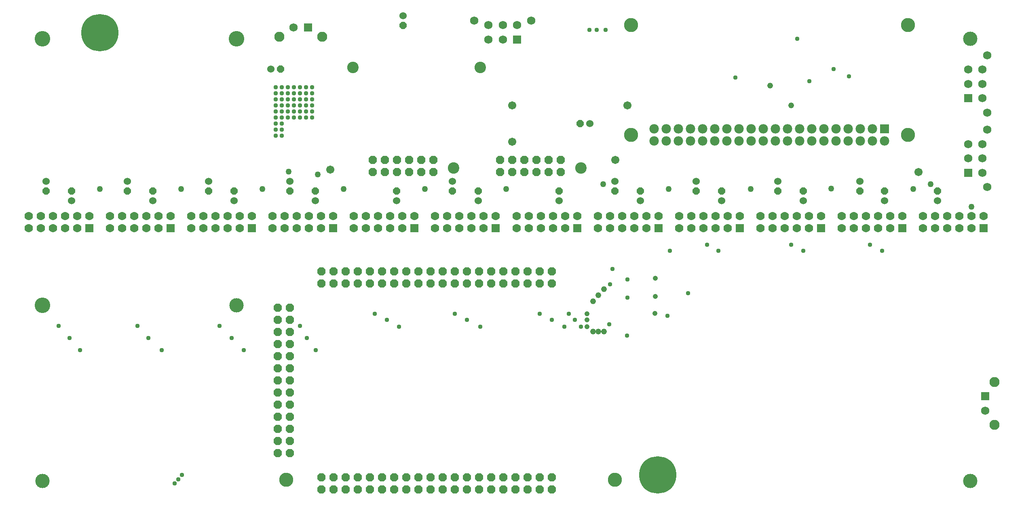
<source format=gbr>
G04 EAGLE Gerber RS-274X export*
G75*
%MOMM*%
%FSLAX34Y34*%
%LPD*%
%INSoldermask Bottom*%
%IPPOS*%
%AMOC8*
5,1,8,0,0,1.08239X$1,22.5*%
G01*
%ADD10C,2.997200*%
%ADD11C,7.823200*%
%ADD12R,1.773200X1.773200*%
%ADD13C,1.773200*%
%ADD14R,1.981200X1.981200*%
%ADD15C,1.981200*%
%ADD16C,2.953200*%
%ADD17C,3.251200*%
%ADD18P,1.869504X8X22.500000*%
%ADD19C,2.403200*%
%ADD20P,1.869504X8X202.500000*%
%ADD21P,1.869504X8X112.500000*%
%ADD22R,1.727200X1.727200*%
%ADD23C,1.727200*%
%ADD24C,2.108200*%
%ADD25P,1.649562X8X112.500000*%
%ADD26C,1.524000*%
%ADD27P,1.649562X8X292.500000*%
%ADD28P,1.649562X8X22.500000*%
%ADD29P,1.649562X8X202.500000*%
%ADD30C,0.959600*%
%ADD31C,1.259600*%
%ADD32C,1.209600*%
%ADD33C,1.703200*%
%ADD34C,1.059600*%


D10*
X1987550Y939800D03*
X1987550Y12700D03*
X44450Y12700D03*
D11*
X165100Y952500D03*
X1333500Y25400D03*
D12*
X2016150Y543001D03*
D13*
X1990750Y543001D03*
X1965350Y543001D03*
X1939950Y543001D03*
X1914550Y543001D03*
X1889150Y543001D03*
X2016150Y568401D03*
X1990750Y568401D03*
X1965350Y568401D03*
X1939950Y568401D03*
X1914550Y568401D03*
X1889150Y568401D03*
D12*
X824050Y543001D03*
D13*
X798650Y543001D03*
X773250Y543001D03*
X747850Y543001D03*
X722450Y543001D03*
X697050Y543001D03*
X824050Y568401D03*
X798650Y568401D03*
X773250Y568401D03*
X747850Y568401D03*
X722450Y568401D03*
X697050Y568401D03*
D12*
X653750Y543001D03*
D13*
X628350Y543001D03*
X602950Y543001D03*
X577550Y543001D03*
X552150Y543001D03*
X526750Y543001D03*
X653750Y568401D03*
X628350Y568401D03*
X602950Y568401D03*
X577550Y568401D03*
X552150Y568401D03*
X526750Y568401D03*
D12*
X483450Y543001D03*
D13*
X458050Y543001D03*
X432650Y543001D03*
X407250Y543001D03*
X381850Y543001D03*
X356450Y543001D03*
X483450Y568401D03*
X458050Y568401D03*
X432650Y568401D03*
X407250Y568401D03*
X381850Y568401D03*
X356450Y568401D03*
D12*
X313150Y543001D03*
D13*
X287750Y543001D03*
X262350Y543001D03*
X236950Y543001D03*
X211550Y543001D03*
X186150Y543001D03*
X313150Y568401D03*
X287750Y568401D03*
X262350Y568401D03*
X236950Y568401D03*
X211550Y568401D03*
X186150Y568401D03*
D12*
X142850Y543001D03*
D13*
X117450Y543001D03*
X92050Y543001D03*
X66650Y543001D03*
X41250Y543001D03*
X15850Y543001D03*
X142850Y568401D03*
X117450Y568401D03*
X92050Y568401D03*
X66650Y568401D03*
X41250Y568401D03*
X15850Y568401D03*
D12*
X1845850Y543001D03*
D13*
X1820450Y543001D03*
X1795050Y543001D03*
X1769650Y543001D03*
X1744250Y543001D03*
X1718850Y543001D03*
X1845850Y568401D03*
X1820450Y568401D03*
X1795050Y568401D03*
X1769650Y568401D03*
X1744250Y568401D03*
X1718850Y568401D03*
D12*
X1675550Y543001D03*
D13*
X1650150Y543001D03*
X1624750Y543001D03*
X1599350Y543001D03*
X1573950Y543001D03*
X1548550Y543001D03*
X1675550Y568401D03*
X1650150Y568401D03*
X1624750Y568401D03*
X1599350Y568401D03*
X1573950Y568401D03*
X1548550Y568401D03*
D12*
X1505250Y543001D03*
D13*
X1479850Y543001D03*
X1454450Y543001D03*
X1429050Y543001D03*
X1403650Y543001D03*
X1378250Y543001D03*
X1505250Y568401D03*
X1479850Y568401D03*
X1454450Y568401D03*
X1429050Y568401D03*
X1403650Y568401D03*
X1378250Y568401D03*
D12*
X1334950Y543001D03*
D13*
X1309550Y543001D03*
X1284150Y543001D03*
X1258750Y543001D03*
X1233350Y543001D03*
X1207950Y543001D03*
X1334950Y568401D03*
X1309550Y568401D03*
X1284150Y568401D03*
X1258750Y568401D03*
X1233350Y568401D03*
X1207950Y568401D03*
D12*
X1164650Y543001D03*
D13*
X1139250Y543001D03*
X1113850Y543001D03*
X1088450Y543001D03*
X1063050Y543001D03*
X1037650Y543001D03*
X1164650Y568401D03*
X1139250Y568401D03*
X1113850Y568401D03*
X1088450Y568401D03*
X1063050Y568401D03*
X1037650Y568401D03*
D12*
X994350Y543001D03*
D13*
X968950Y543001D03*
X943550Y543001D03*
X918150Y543001D03*
X892750Y543001D03*
X867350Y543001D03*
X994350Y568401D03*
X968950Y568401D03*
X943550Y568401D03*
X918150Y568401D03*
X892750Y568401D03*
X867350Y568401D03*
D14*
X1808600Y751000D03*
D15*
X1808600Y725600D03*
X1783200Y751000D03*
X1783200Y725600D03*
X1757800Y751000D03*
X1757800Y725600D03*
X1732400Y751000D03*
X1732400Y725600D03*
X1707000Y751000D03*
X1707000Y725600D03*
X1681600Y751000D03*
X1681600Y725600D03*
X1656200Y751000D03*
X1656200Y725600D03*
X1630800Y751000D03*
X1630800Y725600D03*
X1605400Y751000D03*
X1605400Y725600D03*
X1580000Y751000D03*
X1580000Y725600D03*
X1554600Y751000D03*
X1554600Y725600D03*
X1529200Y751000D03*
X1529200Y725600D03*
X1503800Y751000D03*
X1503800Y725600D03*
X1478400Y751000D03*
X1478400Y725600D03*
X1453000Y751000D03*
X1453000Y725600D03*
X1427600Y751000D03*
X1427600Y725600D03*
X1402200Y751000D03*
X1402200Y725600D03*
X1376800Y751000D03*
X1376800Y725600D03*
X1351400Y751000D03*
X1351400Y725600D03*
X1326000Y751000D03*
X1326000Y725600D03*
D16*
X1857300Y968300D03*
X1857300Y738300D03*
X1277300Y968300D03*
X1277300Y738300D03*
D17*
X450850Y939800D03*
X44450Y939800D03*
D10*
X450850Y381000D03*
D17*
X44450Y381000D03*
D18*
X1003300Y660400D03*
X1003300Y685800D03*
X1028700Y660400D03*
X1028700Y685800D03*
X1054100Y660400D03*
X1054100Y685800D03*
X1079500Y660400D03*
X1079500Y685800D03*
X1104900Y660400D03*
X1104900Y685800D03*
X1130300Y660400D03*
X1130300Y685800D03*
D19*
X1172210Y669290D03*
X961390Y880110D03*
D18*
X628650Y426720D03*
X628650Y452120D03*
X654050Y426720D03*
X654050Y452120D03*
X679450Y426720D03*
X679450Y452120D03*
X704850Y426720D03*
X704850Y452120D03*
X730250Y426720D03*
X730250Y452120D03*
X755650Y426720D03*
X755650Y452120D03*
X781050Y426720D03*
X781050Y452120D03*
X806450Y426720D03*
X806450Y452120D03*
X831850Y426720D03*
X831850Y452120D03*
X857250Y426720D03*
X857250Y452120D03*
X882650Y426720D03*
X882650Y452120D03*
X908050Y426720D03*
X908050Y452120D03*
X933450Y426720D03*
X933450Y452120D03*
X958850Y426720D03*
X958850Y452120D03*
X984250Y426720D03*
X984250Y452120D03*
X1009650Y426720D03*
X1009650Y452120D03*
X1035050Y426720D03*
X1035050Y452120D03*
X1060450Y426720D03*
X1060450Y452120D03*
X1085850Y426720D03*
X1085850Y452120D03*
X1111250Y426720D03*
X1111250Y452120D03*
D20*
X1111250Y20320D03*
X1111250Y-5080D03*
X1085850Y20320D03*
X1085850Y-5080D03*
X1060450Y20320D03*
X1060450Y-5080D03*
X1035050Y20320D03*
X1035050Y-5080D03*
X1009650Y20320D03*
X1009650Y-5080D03*
X984250Y20320D03*
X984250Y-5080D03*
X958850Y20320D03*
X958850Y-5080D03*
X933450Y20320D03*
X933450Y-5080D03*
X908050Y20320D03*
X908050Y-5080D03*
X882650Y20320D03*
X882650Y-5080D03*
X857250Y20320D03*
X857250Y-5080D03*
X831850Y20320D03*
X831850Y-5080D03*
X806450Y20320D03*
X806450Y-5080D03*
X781050Y20320D03*
X781050Y-5080D03*
X755650Y20320D03*
X755650Y-5080D03*
X730250Y20320D03*
X730250Y-5080D03*
X704850Y20320D03*
X704850Y-5080D03*
X679450Y20320D03*
X679450Y-5080D03*
X654050Y20320D03*
X654050Y-5080D03*
X628650Y20320D03*
X628650Y-5080D03*
D21*
X562610Y71120D03*
X537210Y71120D03*
X562610Y96520D03*
X537210Y96520D03*
X562610Y121920D03*
X537210Y121920D03*
X562610Y147320D03*
X537210Y147320D03*
X562610Y172720D03*
X537210Y172720D03*
X562610Y198120D03*
X537210Y198120D03*
X562610Y223520D03*
X537210Y223520D03*
X562610Y248920D03*
X537210Y248920D03*
X562610Y274320D03*
X537210Y274320D03*
X562610Y299720D03*
X537210Y299720D03*
X562610Y325120D03*
X537210Y325120D03*
X562610Y350520D03*
X537210Y350520D03*
X562610Y375920D03*
X537210Y375920D03*
D16*
X554990Y15240D03*
X1243330Y15240D03*
D18*
X736600Y660400D03*
X736600Y685800D03*
X762000Y660400D03*
X762000Y685800D03*
X787400Y660400D03*
X787400Y685800D03*
X812800Y660400D03*
X812800Y685800D03*
X838200Y660400D03*
X838200Y685800D03*
X863600Y660400D03*
X863600Y685800D03*
D19*
X905510Y669290D03*
X694690Y880110D03*
D22*
X2019300Y190500D03*
D23*
X2019300Y160528D03*
D24*
X2038858Y220472D03*
X2038858Y130556D03*
D22*
X1038860Y938530D03*
D23*
X1008888Y938530D03*
X978916Y938530D03*
X1038860Y968502D03*
X1008888Y968502D03*
X978916Y968502D03*
X1068832Y977900D03*
X948944Y977900D03*
D22*
X600710Y963930D03*
D23*
X570738Y963930D03*
D24*
X630682Y944372D03*
X540766Y944372D03*
D22*
X1983740Y815340D03*
D23*
X1983740Y845312D03*
X1983740Y875284D03*
X2013712Y815340D03*
X2013712Y845312D03*
X2013712Y875284D03*
X2023110Y785368D03*
X2023110Y905256D03*
D22*
X1983740Y659130D03*
D23*
X1983740Y689102D03*
X1983740Y719074D03*
X2013712Y659130D03*
X2013712Y689102D03*
X2013712Y719074D03*
X2023110Y629158D03*
X2023110Y749046D03*
D25*
X1918970Y621030D03*
D26*
X1918970Y600710D03*
D25*
X1808480Y621030D03*
D26*
X1808480Y600710D03*
D25*
X1638300Y621030D03*
D26*
X1638300Y600710D03*
D25*
X1466850Y621030D03*
D26*
X1466850Y600710D03*
D25*
X1296670Y621030D03*
D26*
X1296670Y600710D03*
D25*
X1126490Y621030D03*
D26*
X1126490Y600710D03*
D25*
X957580Y621030D03*
D26*
X957580Y600710D03*
D25*
X786130Y621030D03*
D26*
X786130Y600710D03*
D25*
X615950Y621030D03*
D26*
X615950Y600710D03*
D25*
X445770Y621030D03*
D26*
X445770Y600710D03*
D25*
X275590Y621030D03*
D26*
X275590Y600710D03*
D25*
X105410Y621030D03*
D26*
X105410Y600710D03*
D27*
X1756410Y621030D03*
D26*
X1756410Y641350D03*
D27*
X1584960Y621030D03*
D26*
X1584960Y641350D03*
D27*
X1413510Y621030D03*
D26*
X1413510Y641350D03*
D27*
X1243330Y621030D03*
D26*
X1243330Y641350D03*
D27*
X902970Y621030D03*
D26*
X902970Y641350D03*
D27*
X562610Y621030D03*
D26*
X562610Y641350D03*
D27*
X392430Y621030D03*
D26*
X392430Y641350D03*
D27*
X222250Y621030D03*
D26*
X222250Y641350D03*
D27*
X52070Y621030D03*
D26*
X52070Y641350D03*
D28*
X543560Y876300D03*
D26*
X523240Y876300D03*
D27*
X800100Y967740D03*
D26*
X800100Y988060D03*
D29*
X1170940Y762000D03*
D26*
X1191260Y762000D03*
D30*
X533400Y838200D03*
X546100Y838200D03*
X558800Y838200D03*
X571500Y838200D03*
X584200Y838200D03*
X596900Y838200D03*
X609600Y838200D03*
X609600Y825500D03*
X596900Y825500D03*
X584200Y825500D03*
X571500Y825500D03*
X558800Y825500D03*
X546100Y825500D03*
X533400Y825500D03*
X533400Y812800D03*
X546100Y812800D03*
X558800Y812800D03*
X571500Y812800D03*
X584200Y812800D03*
X596900Y812800D03*
X609600Y812800D03*
X609600Y800100D03*
X596900Y800100D03*
X584200Y800100D03*
X571500Y800100D03*
X558800Y800100D03*
X546100Y800100D03*
X533400Y800100D03*
X533400Y787400D03*
X546100Y787400D03*
X558800Y787400D03*
X571500Y787400D03*
X584200Y787400D03*
X596900Y787400D03*
X609600Y787400D03*
X609600Y774700D03*
X596900Y774700D03*
X584200Y774700D03*
X571500Y774700D03*
X558800Y774700D03*
X546100Y774700D03*
X533400Y774700D03*
X533400Y762000D03*
X546100Y762000D03*
X546100Y749300D03*
X533400Y749300D03*
X533400Y736600D03*
X546100Y736600D03*
X1270000Y435610D03*
X1270000Y397510D03*
X1268730Y317500D03*
D31*
X560070Y661670D03*
X621030Y655320D03*
D30*
X1238250Y457200D03*
X1233170Y425450D03*
X1231900Y341630D03*
X1358900Y495300D03*
X1397000Y406400D03*
X1353820Y359410D03*
X1496060Y858520D03*
X1651000Y850900D03*
X1625600Y939800D03*
D32*
X1197610Y326390D03*
X1209040Y326390D03*
X1220470Y326390D03*
X1197610Y389890D03*
X1209040Y402590D03*
X1220470Y415290D03*
D33*
X1028700Y800100D03*
X1270000Y800100D03*
X1028700Y723900D03*
X1244600Y685800D03*
X1879600Y660400D03*
X647700Y665480D03*
D32*
X1568450Y842010D03*
X1612900Y800100D03*
D31*
X1868170Y624840D03*
X1990090Y588010D03*
X1905000Y635000D03*
X1696720Y626110D03*
X1527810Y624840D03*
X1356360Y624840D03*
X1219200Y635000D03*
X1016000Y624840D03*
X845820Y624840D03*
X675640Y624840D03*
X505460Y624840D03*
X335280Y624840D03*
X165100Y624840D03*
D30*
X1733550Y861060D03*
X1701800Y876300D03*
D34*
X1328420Y400050D03*
X1184910Y350520D03*
D30*
X101600Y312420D03*
X266700Y312420D03*
X440690Y312420D03*
X765810Y350520D03*
X933450Y350520D03*
X1111250Y350520D03*
X1159510Y350520D03*
X1436370Y508000D03*
X1612900Y508000D03*
X1778000Y508000D03*
X598170Y312420D03*
D34*
X1328420Y438150D03*
X1184910Y363220D03*
D30*
X78740Y337820D03*
X243840Y337820D03*
X415290Y337820D03*
X740410Y363220D03*
X908050Y363220D03*
X1085850Y363220D03*
X1146810Y363220D03*
X584200Y337820D03*
D34*
X1327150Y364490D03*
X1184910Y336550D03*
D30*
X123190Y287020D03*
X294640Y287020D03*
X466090Y287020D03*
X791210Y336550D03*
X961390Y336550D03*
X1137920Y336550D03*
X1172210Y336550D03*
X1460500Y495300D03*
X1638300Y495300D03*
X1803400Y495300D03*
X617220Y287020D03*
X336550Y25400D03*
X321310Y7620D03*
X328930Y16510D03*
X1224280Y958850D03*
X1189990Y958850D03*
X1205230Y958850D03*
M02*

</source>
